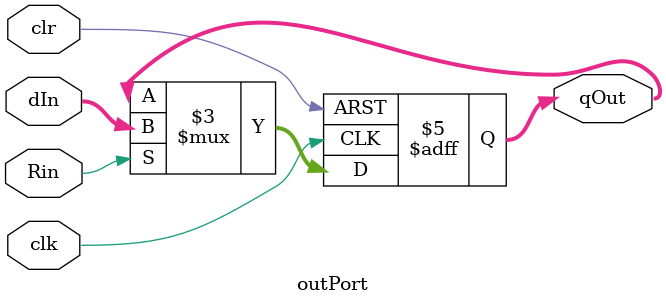
<source format=v>
module outPort (
	input wire clk, 
	input wire clr,
	input wire [31:0] dIn,
	input wire Rin,
	output reg [31:0] qOut
);
	always@(posedge clk or negedge clr)
		begin
			if(clr == 0)
				qOut <= 0;
			else if(Rin)
				qOut <= dIn;
		end		
endmodule
</source>
